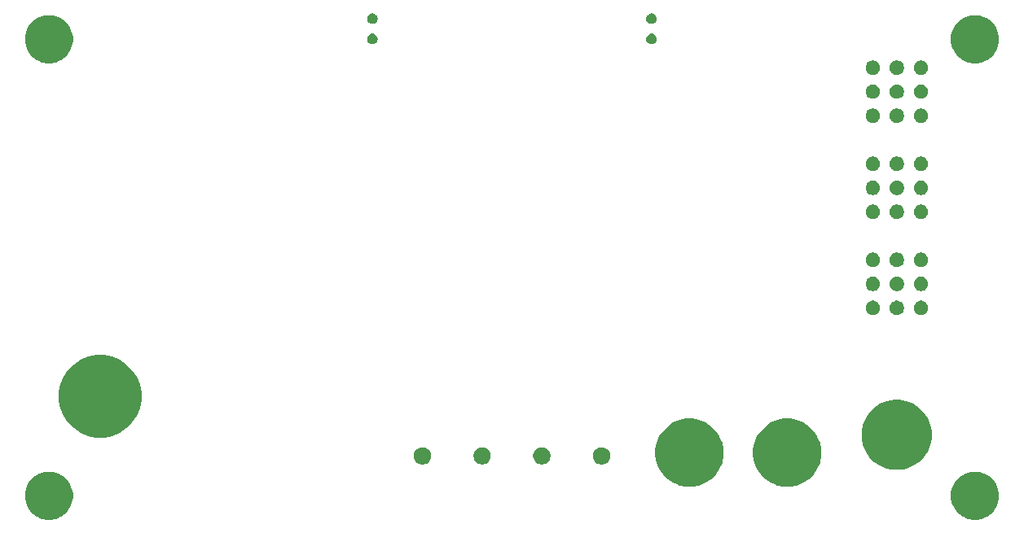
<source format=gbs>
G04 #@! TF.GenerationSoftware,KiCad,Pcbnew,5.1.5-52549c5~84~ubuntu18.04.1*
G04 #@! TF.CreationDate,2020-03-18T22:44:17-07:00*
G04 #@! TF.ProjectId,endcap,656e6463-6170-42e6-9b69-6361645f7063,rev?*
G04 #@! TF.SameCoordinates,PX2faf080PY2faf080*
G04 #@! TF.FileFunction,Soldermask,Bot*
G04 #@! TF.FilePolarity,Negative*
%FSLAX46Y46*%
G04 Gerber Fmt 4.6, Leading zero omitted, Abs format (unit mm)*
G04 Created by KiCad (PCBNEW 5.1.5-52549c5~84~ubuntu18.04.1) date 2020-03-18 22:44:17*
%MOMM*%
%LPD*%
G04 APERTURE LIST*
%ADD10C,0.100000*%
G04 APERTURE END LIST*
D10*
G36*
X101612921Y-48797056D02*
G01*
X101854515Y-48845112D01*
X102309668Y-49033643D01*
X102412769Y-49102533D01*
X102719294Y-49307346D01*
X103067654Y-49655706D01*
X103341358Y-50065334D01*
X103529888Y-50520486D01*
X103626000Y-51003672D01*
X103626000Y-51496328D01*
X103529888Y-51979514D01*
X103341358Y-52434666D01*
X103067654Y-52844294D01*
X102719294Y-53192654D01*
X102412769Y-53397467D01*
X102309668Y-53466357D01*
X101854515Y-53654888D01*
X101612921Y-53702944D01*
X101371328Y-53751000D01*
X100878672Y-53751000D01*
X100637079Y-53702944D01*
X100395485Y-53654888D01*
X99940332Y-53466357D01*
X99837231Y-53397467D01*
X99530706Y-53192654D01*
X99182346Y-52844294D01*
X98908642Y-52434666D01*
X98720112Y-51979514D01*
X98624000Y-51496328D01*
X98624000Y-51003672D01*
X98720112Y-50520486D01*
X98908642Y-50065334D01*
X99182346Y-49655706D01*
X99530706Y-49307346D01*
X99837231Y-49102533D01*
X99940332Y-49033643D01*
X100395485Y-48845112D01*
X100637079Y-48797056D01*
X100878672Y-48749000D01*
X101371328Y-48749000D01*
X101612921Y-48797056D01*
G37*
G36*
X5362921Y-48797056D02*
G01*
X5604515Y-48845112D01*
X6059668Y-49033643D01*
X6162769Y-49102533D01*
X6469294Y-49307346D01*
X6817654Y-49655706D01*
X7091358Y-50065334D01*
X7279888Y-50520486D01*
X7376000Y-51003672D01*
X7376000Y-51496328D01*
X7279888Y-51979514D01*
X7091358Y-52434666D01*
X6817654Y-52844294D01*
X6469294Y-53192654D01*
X6162769Y-53397467D01*
X6059668Y-53466357D01*
X5604515Y-53654888D01*
X5362921Y-53702944D01*
X5121328Y-53751000D01*
X4628672Y-53751000D01*
X4387079Y-53702944D01*
X4145485Y-53654888D01*
X3690332Y-53466357D01*
X3587231Y-53397467D01*
X3280706Y-53192654D01*
X2932346Y-52844294D01*
X2658642Y-52434666D01*
X2470112Y-51979514D01*
X2374000Y-51496328D01*
X2374000Y-51003672D01*
X2470112Y-50520486D01*
X2658642Y-50065334D01*
X2932346Y-49655706D01*
X3280706Y-49307346D01*
X3587231Y-49102533D01*
X3690332Y-49033643D01*
X4145485Y-48845112D01*
X4387079Y-48797056D01*
X4628672Y-48749000D01*
X5121328Y-48749000D01*
X5362921Y-48797056D01*
G37*
G36*
X72475787Y-43350462D02*
G01*
X72475790Y-43350463D01*
X72475789Y-43350463D01*
X73122029Y-43618144D01*
X73703631Y-44006758D01*
X74198242Y-44501369D01*
X74586856Y-45082971D01*
X74660015Y-45259593D01*
X74854538Y-45729213D01*
X74991000Y-46415256D01*
X74991000Y-47114744D01*
X74854538Y-47800787D01*
X74854537Y-47800789D01*
X74586856Y-48447029D01*
X74198242Y-49028631D01*
X73703631Y-49523242D01*
X73122029Y-49911856D01*
X72751500Y-50065334D01*
X72475787Y-50179538D01*
X71789744Y-50316000D01*
X71090256Y-50316000D01*
X70404213Y-50179538D01*
X70128500Y-50065334D01*
X69757971Y-49911856D01*
X69176369Y-49523242D01*
X68681758Y-49028631D01*
X68293144Y-48447029D01*
X68025463Y-47800789D01*
X68025462Y-47800787D01*
X67889000Y-47114744D01*
X67889000Y-46415256D01*
X68025462Y-45729213D01*
X68219985Y-45259593D01*
X68293144Y-45082971D01*
X68681758Y-44501369D01*
X69176369Y-44006758D01*
X69757971Y-43618144D01*
X70404211Y-43350463D01*
X70404210Y-43350463D01*
X70404213Y-43350462D01*
X71090256Y-43214000D01*
X71789744Y-43214000D01*
X72475787Y-43350462D01*
G37*
G36*
X82635787Y-43350462D02*
G01*
X82635790Y-43350463D01*
X82635789Y-43350463D01*
X83282029Y-43618144D01*
X83863631Y-44006758D01*
X84358242Y-44501369D01*
X84746856Y-45082971D01*
X84820015Y-45259593D01*
X85014538Y-45729213D01*
X85151000Y-46415256D01*
X85151000Y-47114744D01*
X85014538Y-47800787D01*
X85014537Y-47800789D01*
X84746856Y-48447029D01*
X84358242Y-49028631D01*
X83863631Y-49523242D01*
X83282029Y-49911856D01*
X82911500Y-50065334D01*
X82635787Y-50179538D01*
X81949744Y-50316000D01*
X81250256Y-50316000D01*
X80564213Y-50179538D01*
X80288500Y-50065334D01*
X79917971Y-49911856D01*
X79336369Y-49523242D01*
X78841758Y-49028631D01*
X78453144Y-48447029D01*
X78185463Y-47800789D01*
X78185462Y-47800787D01*
X78049000Y-47114744D01*
X78049000Y-46415256D01*
X78185462Y-45729213D01*
X78379985Y-45259593D01*
X78453144Y-45082971D01*
X78841758Y-44501369D01*
X79336369Y-44006758D01*
X79917971Y-43618144D01*
X80564211Y-43350463D01*
X80564210Y-43350463D01*
X80564213Y-43350462D01*
X81250256Y-43214000D01*
X81949744Y-43214000D01*
X82635787Y-43350462D01*
G37*
G36*
X93594714Y-41295769D02*
G01*
X94064958Y-41389306D01*
X94729397Y-41664525D01*
X95327377Y-42064083D01*
X95835917Y-42572623D01*
X96235475Y-43170603D01*
X96510694Y-43835042D01*
X96651000Y-44540408D01*
X96651000Y-45259592D01*
X96510694Y-45964958D01*
X96235475Y-46629397D01*
X95835917Y-47227377D01*
X95327377Y-47735917D01*
X94729397Y-48135475D01*
X94064958Y-48410694D01*
X93594714Y-48504231D01*
X93359593Y-48551000D01*
X92640407Y-48551000D01*
X92405286Y-48504231D01*
X91935042Y-48410694D01*
X91270603Y-48135475D01*
X90672623Y-47735917D01*
X90164083Y-47227377D01*
X89764525Y-46629397D01*
X89489306Y-45964958D01*
X89349000Y-45259592D01*
X89349000Y-44540408D01*
X89489306Y-43835042D01*
X89764525Y-43170603D01*
X90164083Y-42572623D01*
X90672623Y-42064083D01*
X91270603Y-41664525D01*
X91935042Y-41389306D01*
X92405286Y-41295769D01*
X92640407Y-41249000D01*
X93359593Y-41249000D01*
X93594714Y-41295769D01*
G37*
G36*
X62413512Y-46203927D02*
G01*
X62562812Y-46233624D01*
X62726784Y-46301544D01*
X62874354Y-46400147D01*
X62999853Y-46525646D01*
X63098456Y-46673216D01*
X63166376Y-46837188D01*
X63201000Y-47011259D01*
X63201000Y-47188741D01*
X63166376Y-47362812D01*
X63098456Y-47526784D01*
X62999853Y-47674354D01*
X62874354Y-47799853D01*
X62726784Y-47898456D01*
X62562812Y-47966376D01*
X62413512Y-47996073D01*
X62388742Y-48001000D01*
X62211258Y-48001000D01*
X62186488Y-47996073D01*
X62037188Y-47966376D01*
X61873216Y-47898456D01*
X61725646Y-47799853D01*
X61600147Y-47674354D01*
X61501544Y-47526784D01*
X61433624Y-47362812D01*
X61399000Y-47188741D01*
X61399000Y-47011259D01*
X61433624Y-46837188D01*
X61501544Y-46673216D01*
X61600147Y-46525646D01*
X61725646Y-46400147D01*
X61873216Y-46301544D01*
X62037188Y-46233624D01*
X62186488Y-46203927D01*
X62211258Y-46199000D01*
X62388742Y-46199000D01*
X62413512Y-46203927D01*
G37*
G36*
X43813512Y-46203927D02*
G01*
X43962812Y-46233624D01*
X44126784Y-46301544D01*
X44274354Y-46400147D01*
X44399853Y-46525646D01*
X44498456Y-46673216D01*
X44566376Y-46837188D01*
X44601000Y-47011259D01*
X44601000Y-47188741D01*
X44566376Y-47362812D01*
X44498456Y-47526784D01*
X44399853Y-47674354D01*
X44274354Y-47799853D01*
X44126784Y-47898456D01*
X43962812Y-47966376D01*
X43813512Y-47996073D01*
X43788742Y-48001000D01*
X43611258Y-48001000D01*
X43586488Y-47996073D01*
X43437188Y-47966376D01*
X43273216Y-47898456D01*
X43125646Y-47799853D01*
X43000147Y-47674354D01*
X42901544Y-47526784D01*
X42833624Y-47362812D01*
X42799000Y-47188741D01*
X42799000Y-47011259D01*
X42833624Y-46837188D01*
X42901544Y-46673216D01*
X43000147Y-46525646D01*
X43125646Y-46400147D01*
X43273216Y-46301544D01*
X43437188Y-46233624D01*
X43586488Y-46203927D01*
X43611258Y-46199000D01*
X43788742Y-46199000D01*
X43813512Y-46203927D01*
G37*
G36*
X50013512Y-46203927D02*
G01*
X50162812Y-46233624D01*
X50326784Y-46301544D01*
X50474354Y-46400147D01*
X50599853Y-46525646D01*
X50698456Y-46673216D01*
X50766376Y-46837188D01*
X50801000Y-47011259D01*
X50801000Y-47188741D01*
X50766376Y-47362812D01*
X50698456Y-47526784D01*
X50599853Y-47674354D01*
X50474354Y-47799853D01*
X50326784Y-47898456D01*
X50162812Y-47966376D01*
X50013512Y-47996073D01*
X49988742Y-48001000D01*
X49811258Y-48001000D01*
X49786488Y-47996073D01*
X49637188Y-47966376D01*
X49473216Y-47898456D01*
X49325646Y-47799853D01*
X49200147Y-47674354D01*
X49101544Y-47526784D01*
X49033624Y-47362812D01*
X48999000Y-47188741D01*
X48999000Y-47011259D01*
X49033624Y-46837188D01*
X49101544Y-46673216D01*
X49200147Y-46525646D01*
X49325646Y-46400147D01*
X49473216Y-46301544D01*
X49637188Y-46233624D01*
X49786488Y-46203927D01*
X49811258Y-46199000D01*
X49988742Y-46199000D01*
X50013512Y-46203927D01*
G37*
G36*
X56213512Y-46203927D02*
G01*
X56362812Y-46233624D01*
X56526784Y-46301544D01*
X56674354Y-46400147D01*
X56799853Y-46525646D01*
X56898456Y-46673216D01*
X56966376Y-46837188D01*
X57001000Y-47011259D01*
X57001000Y-47188741D01*
X56966376Y-47362812D01*
X56898456Y-47526784D01*
X56799853Y-47674354D01*
X56674354Y-47799853D01*
X56526784Y-47898456D01*
X56362812Y-47966376D01*
X56213512Y-47996073D01*
X56188742Y-48001000D01*
X56011258Y-48001000D01*
X55986488Y-47996073D01*
X55837188Y-47966376D01*
X55673216Y-47898456D01*
X55525646Y-47799853D01*
X55400147Y-47674354D01*
X55301544Y-47526784D01*
X55233624Y-47362812D01*
X55199000Y-47188741D01*
X55199000Y-47011259D01*
X55233624Y-46837188D01*
X55301544Y-46673216D01*
X55400147Y-46525646D01*
X55525646Y-46400147D01*
X55673216Y-46301544D01*
X55837188Y-46233624D01*
X55986488Y-46203927D01*
X56011258Y-46199000D01*
X56188742Y-46199000D01*
X56213512Y-46203927D01*
G37*
G36*
X11454554Y-36764284D02*
G01*
X11454557Y-36764285D01*
X11454556Y-36764285D01*
X12237288Y-37088503D01*
X12941728Y-37559195D01*
X13540805Y-38158272D01*
X14011497Y-38862712D01*
X14011498Y-38862714D01*
X14335716Y-39645446D01*
X14501000Y-40476387D01*
X14501000Y-41323613D01*
X14335716Y-42154554D01*
X14335715Y-42154556D01*
X14011497Y-42937288D01*
X13540805Y-43641728D01*
X12941728Y-44240805D01*
X12237288Y-44711497D01*
X12237287Y-44711498D01*
X12237286Y-44711498D01*
X11454554Y-45035716D01*
X10623613Y-45201000D01*
X9776387Y-45201000D01*
X8945446Y-45035716D01*
X8162714Y-44711498D01*
X8162713Y-44711498D01*
X8162712Y-44711497D01*
X7458272Y-44240805D01*
X6859195Y-43641728D01*
X6388503Y-42937288D01*
X6064285Y-42154556D01*
X6064284Y-42154554D01*
X5899000Y-41323613D01*
X5899000Y-40476387D01*
X6064284Y-39645446D01*
X6388502Y-38862714D01*
X6388503Y-38862712D01*
X6859195Y-38158272D01*
X7458272Y-37559195D01*
X8162712Y-37088503D01*
X8945444Y-36764285D01*
X8945443Y-36764285D01*
X8945446Y-36764284D01*
X9776387Y-36599000D01*
X10623613Y-36599000D01*
X11454554Y-36764284D01*
G37*
G36*
X90719059Y-30977860D02*
G01*
X90855732Y-31034472D01*
X90978735Y-31116660D01*
X91083340Y-31221265D01*
X91165528Y-31344268D01*
X91222140Y-31480941D01*
X91251000Y-31626033D01*
X91251000Y-31773967D01*
X91222140Y-31919059D01*
X91165528Y-32055732D01*
X91083340Y-32178735D01*
X90978735Y-32283340D01*
X90855732Y-32365528D01*
X90855731Y-32365529D01*
X90855730Y-32365529D01*
X90719059Y-32422140D01*
X90573968Y-32451000D01*
X90426032Y-32451000D01*
X90280941Y-32422140D01*
X90144270Y-32365529D01*
X90144269Y-32365529D01*
X90144268Y-32365528D01*
X90021265Y-32283340D01*
X89916660Y-32178735D01*
X89834472Y-32055732D01*
X89777860Y-31919059D01*
X89749000Y-31773967D01*
X89749000Y-31626033D01*
X89777860Y-31480941D01*
X89834472Y-31344268D01*
X89916660Y-31221265D01*
X90021265Y-31116660D01*
X90144268Y-31034472D01*
X90280941Y-30977860D01*
X90426032Y-30949000D01*
X90573968Y-30949000D01*
X90719059Y-30977860D01*
G37*
G36*
X95719059Y-30977860D02*
G01*
X95855732Y-31034472D01*
X95978735Y-31116660D01*
X96083340Y-31221265D01*
X96165528Y-31344268D01*
X96222140Y-31480941D01*
X96251000Y-31626033D01*
X96251000Y-31773967D01*
X96222140Y-31919059D01*
X96165528Y-32055732D01*
X96083340Y-32178735D01*
X95978735Y-32283340D01*
X95855732Y-32365528D01*
X95855731Y-32365529D01*
X95855730Y-32365529D01*
X95719059Y-32422140D01*
X95573968Y-32451000D01*
X95426032Y-32451000D01*
X95280941Y-32422140D01*
X95144270Y-32365529D01*
X95144269Y-32365529D01*
X95144268Y-32365528D01*
X95021265Y-32283340D01*
X94916660Y-32178735D01*
X94834472Y-32055732D01*
X94777860Y-31919059D01*
X94749000Y-31773967D01*
X94749000Y-31626033D01*
X94777860Y-31480941D01*
X94834472Y-31344268D01*
X94916660Y-31221265D01*
X95021265Y-31116660D01*
X95144268Y-31034472D01*
X95280941Y-30977860D01*
X95426032Y-30949000D01*
X95573968Y-30949000D01*
X95719059Y-30977860D01*
G37*
G36*
X93219059Y-30977860D02*
G01*
X93355732Y-31034472D01*
X93478735Y-31116660D01*
X93583340Y-31221265D01*
X93665528Y-31344268D01*
X93722140Y-31480941D01*
X93751000Y-31626033D01*
X93751000Y-31773967D01*
X93722140Y-31919059D01*
X93665528Y-32055732D01*
X93583340Y-32178735D01*
X93478735Y-32283340D01*
X93355732Y-32365528D01*
X93355731Y-32365529D01*
X93355730Y-32365529D01*
X93219059Y-32422140D01*
X93073968Y-32451000D01*
X92926032Y-32451000D01*
X92780941Y-32422140D01*
X92644270Y-32365529D01*
X92644269Y-32365529D01*
X92644268Y-32365528D01*
X92521265Y-32283340D01*
X92416660Y-32178735D01*
X92334472Y-32055732D01*
X92277860Y-31919059D01*
X92249000Y-31773967D01*
X92249000Y-31626033D01*
X92277860Y-31480941D01*
X92334472Y-31344268D01*
X92416660Y-31221265D01*
X92521265Y-31116660D01*
X92644268Y-31034472D01*
X92780941Y-30977860D01*
X92926032Y-30949000D01*
X93073968Y-30949000D01*
X93219059Y-30977860D01*
G37*
G36*
X93219059Y-28477860D02*
G01*
X93355732Y-28534472D01*
X93478735Y-28616660D01*
X93583340Y-28721265D01*
X93665528Y-28844268D01*
X93722140Y-28980941D01*
X93751000Y-29126033D01*
X93751000Y-29273967D01*
X93722140Y-29419059D01*
X93665528Y-29555732D01*
X93583340Y-29678735D01*
X93478735Y-29783340D01*
X93355732Y-29865528D01*
X93355731Y-29865529D01*
X93355730Y-29865529D01*
X93219059Y-29922140D01*
X93073968Y-29951000D01*
X92926032Y-29951000D01*
X92780941Y-29922140D01*
X92644270Y-29865529D01*
X92644269Y-29865529D01*
X92644268Y-29865528D01*
X92521265Y-29783340D01*
X92416660Y-29678735D01*
X92334472Y-29555732D01*
X92277860Y-29419059D01*
X92249000Y-29273967D01*
X92249000Y-29126033D01*
X92277860Y-28980941D01*
X92334472Y-28844268D01*
X92416660Y-28721265D01*
X92521265Y-28616660D01*
X92644268Y-28534472D01*
X92780941Y-28477860D01*
X92926032Y-28449000D01*
X93073968Y-28449000D01*
X93219059Y-28477860D01*
G37*
G36*
X95719059Y-28477860D02*
G01*
X95855732Y-28534472D01*
X95978735Y-28616660D01*
X96083340Y-28721265D01*
X96165528Y-28844268D01*
X96222140Y-28980941D01*
X96251000Y-29126033D01*
X96251000Y-29273967D01*
X96222140Y-29419059D01*
X96165528Y-29555732D01*
X96083340Y-29678735D01*
X95978735Y-29783340D01*
X95855732Y-29865528D01*
X95855731Y-29865529D01*
X95855730Y-29865529D01*
X95719059Y-29922140D01*
X95573968Y-29951000D01*
X95426032Y-29951000D01*
X95280941Y-29922140D01*
X95144270Y-29865529D01*
X95144269Y-29865529D01*
X95144268Y-29865528D01*
X95021265Y-29783340D01*
X94916660Y-29678735D01*
X94834472Y-29555732D01*
X94777860Y-29419059D01*
X94749000Y-29273967D01*
X94749000Y-29126033D01*
X94777860Y-28980941D01*
X94834472Y-28844268D01*
X94916660Y-28721265D01*
X95021265Y-28616660D01*
X95144268Y-28534472D01*
X95280941Y-28477860D01*
X95426032Y-28449000D01*
X95573968Y-28449000D01*
X95719059Y-28477860D01*
G37*
G36*
X90719059Y-28477860D02*
G01*
X90855732Y-28534472D01*
X90978735Y-28616660D01*
X91083340Y-28721265D01*
X91165528Y-28844268D01*
X91222140Y-28980941D01*
X91251000Y-29126033D01*
X91251000Y-29273967D01*
X91222140Y-29419059D01*
X91165528Y-29555732D01*
X91083340Y-29678735D01*
X90978735Y-29783340D01*
X90855732Y-29865528D01*
X90855731Y-29865529D01*
X90855730Y-29865529D01*
X90719059Y-29922140D01*
X90573968Y-29951000D01*
X90426032Y-29951000D01*
X90280941Y-29922140D01*
X90144270Y-29865529D01*
X90144269Y-29865529D01*
X90144268Y-29865528D01*
X90021265Y-29783340D01*
X89916660Y-29678735D01*
X89834472Y-29555732D01*
X89777860Y-29419059D01*
X89749000Y-29273967D01*
X89749000Y-29126033D01*
X89777860Y-28980941D01*
X89834472Y-28844268D01*
X89916660Y-28721265D01*
X90021265Y-28616660D01*
X90144268Y-28534472D01*
X90280941Y-28477860D01*
X90426032Y-28449000D01*
X90573968Y-28449000D01*
X90719059Y-28477860D01*
G37*
G36*
X95719059Y-25977860D02*
G01*
X95855732Y-26034472D01*
X95978735Y-26116660D01*
X96083340Y-26221265D01*
X96165528Y-26344268D01*
X96222140Y-26480941D01*
X96251000Y-26626033D01*
X96251000Y-26773967D01*
X96222140Y-26919059D01*
X96165528Y-27055732D01*
X96083340Y-27178735D01*
X95978735Y-27283340D01*
X95855732Y-27365528D01*
X95855731Y-27365529D01*
X95855730Y-27365529D01*
X95719059Y-27422140D01*
X95573968Y-27451000D01*
X95426032Y-27451000D01*
X95280941Y-27422140D01*
X95144270Y-27365529D01*
X95144269Y-27365529D01*
X95144268Y-27365528D01*
X95021265Y-27283340D01*
X94916660Y-27178735D01*
X94834472Y-27055732D01*
X94777860Y-26919059D01*
X94749000Y-26773967D01*
X94749000Y-26626033D01*
X94777860Y-26480941D01*
X94834472Y-26344268D01*
X94916660Y-26221265D01*
X95021265Y-26116660D01*
X95144268Y-26034472D01*
X95280941Y-25977860D01*
X95426032Y-25949000D01*
X95573968Y-25949000D01*
X95719059Y-25977860D01*
G37*
G36*
X93219059Y-25977860D02*
G01*
X93355732Y-26034472D01*
X93478735Y-26116660D01*
X93583340Y-26221265D01*
X93665528Y-26344268D01*
X93722140Y-26480941D01*
X93751000Y-26626033D01*
X93751000Y-26773967D01*
X93722140Y-26919059D01*
X93665528Y-27055732D01*
X93583340Y-27178735D01*
X93478735Y-27283340D01*
X93355732Y-27365528D01*
X93355731Y-27365529D01*
X93355730Y-27365529D01*
X93219059Y-27422140D01*
X93073968Y-27451000D01*
X92926032Y-27451000D01*
X92780941Y-27422140D01*
X92644270Y-27365529D01*
X92644269Y-27365529D01*
X92644268Y-27365528D01*
X92521265Y-27283340D01*
X92416660Y-27178735D01*
X92334472Y-27055732D01*
X92277860Y-26919059D01*
X92249000Y-26773967D01*
X92249000Y-26626033D01*
X92277860Y-26480941D01*
X92334472Y-26344268D01*
X92416660Y-26221265D01*
X92521265Y-26116660D01*
X92644268Y-26034472D01*
X92780941Y-25977860D01*
X92926032Y-25949000D01*
X93073968Y-25949000D01*
X93219059Y-25977860D01*
G37*
G36*
X90719059Y-25977860D02*
G01*
X90855732Y-26034472D01*
X90978735Y-26116660D01*
X91083340Y-26221265D01*
X91165528Y-26344268D01*
X91222140Y-26480941D01*
X91251000Y-26626033D01*
X91251000Y-26773967D01*
X91222140Y-26919059D01*
X91165528Y-27055732D01*
X91083340Y-27178735D01*
X90978735Y-27283340D01*
X90855732Y-27365528D01*
X90855731Y-27365529D01*
X90855730Y-27365529D01*
X90719059Y-27422140D01*
X90573968Y-27451000D01*
X90426032Y-27451000D01*
X90280941Y-27422140D01*
X90144270Y-27365529D01*
X90144269Y-27365529D01*
X90144268Y-27365528D01*
X90021265Y-27283340D01*
X89916660Y-27178735D01*
X89834472Y-27055732D01*
X89777860Y-26919059D01*
X89749000Y-26773967D01*
X89749000Y-26626033D01*
X89777860Y-26480941D01*
X89834472Y-26344268D01*
X89916660Y-26221265D01*
X90021265Y-26116660D01*
X90144268Y-26034472D01*
X90280941Y-25977860D01*
X90426032Y-25949000D01*
X90573968Y-25949000D01*
X90719059Y-25977860D01*
G37*
G36*
X95719059Y-20977860D02*
G01*
X95855732Y-21034472D01*
X95978735Y-21116660D01*
X96083340Y-21221265D01*
X96165528Y-21344268D01*
X96222140Y-21480941D01*
X96251000Y-21626033D01*
X96251000Y-21773967D01*
X96222140Y-21919059D01*
X96165528Y-22055732D01*
X96083340Y-22178735D01*
X95978735Y-22283340D01*
X95855732Y-22365528D01*
X95855731Y-22365529D01*
X95855730Y-22365529D01*
X95719059Y-22422140D01*
X95573968Y-22451000D01*
X95426032Y-22451000D01*
X95280941Y-22422140D01*
X95144270Y-22365529D01*
X95144269Y-22365529D01*
X95144268Y-22365528D01*
X95021265Y-22283340D01*
X94916660Y-22178735D01*
X94834472Y-22055732D01*
X94777860Y-21919059D01*
X94749000Y-21773967D01*
X94749000Y-21626033D01*
X94777860Y-21480941D01*
X94834472Y-21344268D01*
X94916660Y-21221265D01*
X95021265Y-21116660D01*
X95144268Y-21034472D01*
X95280941Y-20977860D01*
X95426032Y-20949000D01*
X95573968Y-20949000D01*
X95719059Y-20977860D01*
G37*
G36*
X93219059Y-20977860D02*
G01*
X93355732Y-21034472D01*
X93478735Y-21116660D01*
X93583340Y-21221265D01*
X93665528Y-21344268D01*
X93722140Y-21480941D01*
X93751000Y-21626033D01*
X93751000Y-21773967D01*
X93722140Y-21919059D01*
X93665528Y-22055732D01*
X93583340Y-22178735D01*
X93478735Y-22283340D01*
X93355732Y-22365528D01*
X93355731Y-22365529D01*
X93355730Y-22365529D01*
X93219059Y-22422140D01*
X93073968Y-22451000D01*
X92926032Y-22451000D01*
X92780941Y-22422140D01*
X92644270Y-22365529D01*
X92644269Y-22365529D01*
X92644268Y-22365528D01*
X92521265Y-22283340D01*
X92416660Y-22178735D01*
X92334472Y-22055732D01*
X92277860Y-21919059D01*
X92249000Y-21773967D01*
X92249000Y-21626033D01*
X92277860Y-21480941D01*
X92334472Y-21344268D01*
X92416660Y-21221265D01*
X92521265Y-21116660D01*
X92644268Y-21034472D01*
X92780941Y-20977860D01*
X92926032Y-20949000D01*
X93073968Y-20949000D01*
X93219059Y-20977860D01*
G37*
G36*
X90719059Y-20977860D02*
G01*
X90855732Y-21034472D01*
X90978735Y-21116660D01*
X91083340Y-21221265D01*
X91165528Y-21344268D01*
X91222140Y-21480941D01*
X91251000Y-21626033D01*
X91251000Y-21773967D01*
X91222140Y-21919059D01*
X91165528Y-22055732D01*
X91083340Y-22178735D01*
X90978735Y-22283340D01*
X90855732Y-22365528D01*
X90855731Y-22365529D01*
X90855730Y-22365529D01*
X90719059Y-22422140D01*
X90573968Y-22451000D01*
X90426032Y-22451000D01*
X90280941Y-22422140D01*
X90144270Y-22365529D01*
X90144269Y-22365529D01*
X90144268Y-22365528D01*
X90021265Y-22283340D01*
X89916660Y-22178735D01*
X89834472Y-22055732D01*
X89777860Y-21919059D01*
X89749000Y-21773967D01*
X89749000Y-21626033D01*
X89777860Y-21480941D01*
X89834472Y-21344268D01*
X89916660Y-21221265D01*
X90021265Y-21116660D01*
X90144268Y-21034472D01*
X90280941Y-20977860D01*
X90426032Y-20949000D01*
X90573968Y-20949000D01*
X90719059Y-20977860D01*
G37*
G36*
X93219059Y-18477860D02*
G01*
X93355732Y-18534472D01*
X93478735Y-18616660D01*
X93583340Y-18721265D01*
X93665528Y-18844268D01*
X93722140Y-18980941D01*
X93751000Y-19126033D01*
X93751000Y-19273967D01*
X93722140Y-19419059D01*
X93665528Y-19555732D01*
X93583340Y-19678735D01*
X93478735Y-19783340D01*
X93355732Y-19865528D01*
X93355731Y-19865529D01*
X93355730Y-19865529D01*
X93219059Y-19922140D01*
X93073968Y-19951000D01*
X92926032Y-19951000D01*
X92780941Y-19922140D01*
X92644270Y-19865529D01*
X92644269Y-19865529D01*
X92644268Y-19865528D01*
X92521265Y-19783340D01*
X92416660Y-19678735D01*
X92334472Y-19555732D01*
X92277860Y-19419059D01*
X92249000Y-19273967D01*
X92249000Y-19126033D01*
X92277860Y-18980941D01*
X92334472Y-18844268D01*
X92416660Y-18721265D01*
X92521265Y-18616660D01*
X92644268Y-18534472D01*
X92780941Y-18477860D01*
X92926032Y-18449000D01*
X93073968Y-18449000D01*
X93219059Y-18477860D01*
G37*
G36*
X90719059Y-18477860D02*
G01*
X90855732Y-18534472D01*
X90978735Y-18616660D01*
X91083340Y-18721265D01*
X91165528Y-18844268D01*
X91222140Y-18980941D01*
X91251000Y-19126033D01*
X91251000Y-19273967D01*
X91222140Y-19419059D01*
X91165528Y-19555732D01*
X91083340Y-19678735D01*
X90978735Y-19783340D01*
X90855732Y-19865528D01*
X90855731Y-19865529D01*
X90855730Y-19865529D01*
X90719059Y-19922140D01*
X90573968Y-19951000D01*
X90426032Y-19951000D01*
X90280941Y-19922140D01*
X90144270Y-19865529D01*
X90144269Y-19865529D01*
X90144268Y-19865528D01*
X90021265Y-19783340D01*
X89916660Y-19678735D01*
X89834472Y-19555732D01*
X89777860Y-19419059D01*
X89749000Y-19273967D01*
X89749000Y-19126033D01*
X89777860Y-18980941D01*
X89834472Y-18844268D01*
X89916660Y-18721265D01*
X90021265Y-18616660D01*
X90144268Y-18534472D01*
X90280941Y-18477860D01*
X90426032Y-18449000D01*
X90573968Y-18449000D01*
X90719059Y-18477860D01*
G37*
G36*
X95719059Y-18477860D02*
G01*
X95855732Y-18534472D01*
X95978735Y-18616660D01*
X96083340Y-18721265D01*
X96165528Y-18844268D01*
X96222140Y-18980941D01*
X96251000Y-19126033D01*
X96251000Y-19273967D01*
X96222140Y-19419059D01*
X96165528Y-19555732D01*
X96083340Y-19678735D01*
X95978735Y-19783340D01*
X95855732Y-19865528D01*
X95855731Y-19865529D01*
X95855730Y-19865529D01*
X95719059Y-19922140D01*
X95573968Y-19951000D01*
X95426032Y-19951000D01*
X95280941Y-19922140D01*
X95144270Y-19865529D01*
X95144269Y-19865529D01*
X95144268Y-19865528D01*
X95021265Y-19783340D01*
X94916660Y-19678735D01*
X94834472Y-19555732D01*
X94777860Y-19419059D01*
X94749000Y-19273967D01*
X94749000Y-19126033D01*
X94777860Y-18980941D01*
X94834472Y-18844268D01*
X94916660Y-18721265D01*
X95021265Y-18616660D01*
X95144268Y-18534472D01*
X95280941Y-18477860D01*
X95426032Y-18449000D01*
X95573968Y-18449000D01*
X95719059Y-18477860D01*
G37*
G36*
X95719059Y-15977860D02*
G01*
X95855732Y-16034472D01*
X95978735Y-16116660D01*
X96083340Y-16221265D01*
X96165528Y-16344268D01*
X96222140Y-16480941D01*
X96251000Y-16626033D01*
X96251000Y-16773967D01*
X96222140Y-16919059D01*
X96165528Y-17055732D01*
X96083340Y-17178735D01*
X95978735Y-17283340D01*
X95855732Y-17365528D01*
X95855731Y-17365529D01*
X95855730Y-17365529D01*
X95719059Y-17422140D01*
X95573968Y-17451000D01*
X95426032Y-17451000D01*
X95280941Y-17422140D01*
X95144270Y-17365529D01*
X95144269Y-17365529D01*
X95144268Y-17365528D01*
X95021265Y-17283340D01*
X94916660Y-17178735D01*
X94834472Y-17055732D01*
X94777860Y-16919059D01*
X94749000Y-16773967D01*
X94749000Y-16626033D01*
X94777860Y-16480941D01*
X94834472Y-16344268D01*
X94916660Y-16221265D01*
X95021265Y-16116660D01*
X95144268Y-16034472D01*
X95280941Y-15977860D01*
X95426032Y-15949000D01*
X95573968Y-15949000D01*
X95719059Y-15977860D01*
G37*
G36*
X93219059Y-15977860D02*
G01*
X93355732Y-16034472D01*
X93478735Y-16116660D01*
X93583340Y-16221265D01*
X93665528Y-16344268D01*
X93722140Y-16480941D01*
X93751000Y-16626033D01*
X93751000Y-16773967D01*
X93722140Y-16919059D01*
X93665528Y-17055732D01*
X93583340Y-17178735D01*
X93478735Y-17283340D01*
X93355732Y-17365528D01*
X93355731Y-17365529D01*
X93355730Y-17365529D01*
X93219059Y-17422140D01*
X93073968Y-17451000D01*
X92926032Y-17451000D01*
X92780941Y-17422140D01*
X92644270Y-17365529D01*
X92644269Y-17365529D01*
X92644268Y-17365528D01*
X92521265Y-17283340D01*
X92416660Y-17178735D01*
X92334472Y-17055732D01*
X92277860Y-16919059D01*
X92249000Y-16773967D01*
X92249000Y-16626033D01*
X92277860Y-16480941D01*
X92334472Y-16344268D01*
X92416660Y-16221265D01*
X92521265Y-16116660D01*
X92644268Y-16034472D01*
X92780941Y-15977860D01*
X92926032Y-15949000D01*
X93073968Y-15949000D01*
X93219059Y-15977860D01*
G37*
G36*
X90719059Y-15977860D02*
G01*
X90855732Y-16034472D01*
X90978735Y-16116660D01*
X91083340Y-16221265D01*
X91165528Y-16344268D01*
X91222140Y-16480941D01*
X91251000Y-16626033D01*
X91251000Y-16773967D01*
X91222140Y-16919059D01*
X91165528Y-17055732D01*
X91083340Y-17178735D01*
X90978735Y-17283340D01*
X90855732Y-17365528D01*
X90855731Y-17365529D01*
X90855730Y-17365529D01*
X90719059Y-17422140D01*
X90573968Y-17451000D01*
X90426032Y-17451000D01*
X90280941Y-17422140D01*
X90144270Y-17365529D01*
X90144269Y-17365529D01*
X90144268Y-17365528D01*
X90021265Y-17283340D01*
X89916660Y-17178735D01*
X89834472Y-17055732D01*
X89777860Y-16919059D01*
X89749000Y-16773967D01*
X89749000Y-16626033D01*
X89777860Y-16480941D01*
X89834472Y-16344268D01*
X89916660Y-16221265D01*
X90021265Y-16116660D01*
X90144268Y-16034472D01*
X90280941Y-15977860D01*
X90426032Y-15949000D01*
X90573968Y-15949000D01*
X90719059Y-15977860D01*
G37*
G36*
X93219059Y-10977860D02*
G01*
X93355732Y-11034472D01*
X93478735Y-11116660D01*
X93583340Y-11221265D01*
X93665528Y-11344268D01*
X93722140Y-11480941D01*
X93751000Y-11626033D01*
X93751000Y-11773967D01*
X93722140Y-11919059D01*
X93665528Y-12055732D01*
X93583340Y-12178735D01*
X93478735Y-12283340D01*
X93355732Y-12365528D01*
X93355731Y-12365529D01*
X93355730Y-12365529D01*
X93219059Y-12422140D01*
X93073968Y-12451000D01*
X92926032Y-12451000D01*
X92780941Y-12422140D01*
X92644270Y-12365529D01*
X92644269Y-12365529D01*
X92644268Y-12365528D01*
X92521265Y-12283340D01*
X92416660Y-12178735D01*
X92334472Y-12055732D01*
X92277860Y-11919059D01*
X92249000Y-11773967D01*
X92249000Y-11626033D01*
X92277860Y-11480941D01*
X92334472Y-11344268D01*
X92416660Y-11221265D01*
X92521265Y-11116660D01*
X92644268Y-11034472D01*
X92780941Y-10977860D01*
X92926032Y-10949000D01*
X93073968Y-10949000D01*
X93219059Y-10977860D01*
G37*
G36*
X95719059Y-10977860D02*
G01*
X95855732Y-11034472D01*
X95978735Y-11116660D01*
X96083340Y-11221265D01*
X96165528Y-11344268D01*
X96222140Y-11480941D01*
X96251000Y-11626033D01*
X96251000Y-11773967D01*
X96222140Y-11919059D01*
X96165528Y-12055732D01*
X96083340Y-12178735D01*
X95978735Y-12283340D01*
X95855732Y-12365528D01*
X95855731Y-12365529D01*
X95855730Y-12365529D01*
X95719059Y-12422140D01*
X95573968Y-12451000D01*
X95426032Y-12451000D01*
X95280941Y-12422140D01*
X95144270Y-12365529D01*
X95144269Y-12365529D01*
X95144268Y-12365528D01*
X95021265Y-12283340D01*
X94916660Y-12178735D01*
X94834472Y-12055732D01*
X94777860Y-11919059D01*
X94749000Y-11773967D01*
X94749000Y-11626033D01*
X94777860Y-11480941D01*
X94834472Y-11344268D01*
X94916660Y-11221265D01*
X95021265Y-11116660D01*
X95144268Y-11034472D01*
X95280941Y-10977860D01*
X95426032Y-10949000D01*
X95573968Y-10949000D01*
X95719059Y-10977860D01*
G37*
G36*
X90719059Y-10977860D02*
G01*
X90855732Y-11034472D01*
X90978735Y-11116660D01*
X91083340Y-11221265D01*
X91165528Y-11344268D01*
X91222140Y-11480941D01*
X91251000Y-11626033D01*
X91251000Y-11773967D01*
X91222140Y-11919059D01*
X91165528Y-12055732D01*
X91083340Y-12178735D01*
X90978735Y-12283340D01*
X90855732Y-12365528D01*
X90855731Y-12365529D01*
X90855730Y-12365529D01*
X90719059Y-12422140D01*
X90573968Y-12451000D01*
X90426032Y-12451000D01*
X90280941Y-12422140D01*
X90144270Y-12365529D01*
X90144269Y-12365529D01*
X90144268Y-12365528D01*
X90021265Y-12283340D01*
X89916660Y-12178735D01*
X89834472Y-12055732D01*
X89777860Y-11919059D01*
X89749000Y-11773967D01*
X89749000Y-11626033D01*
X89777860Y-11480941D01*
X89834472Y-11344268D01*
X89916660Y-11221265D01*
X90021265Y-11116660D01*
X90144268Y-11034472D01*
X90280941Y-10977860D01*
X90426032Y-10949000D01*
X90573968Y-10949000D01*
X90719059Y-10977860D01*
G37*
G36*
X93219059Y-8477860D02*
G01*
X93355732Y-8534472D01*
X93478735Y-8616660D01*
X93583340Y-8721265D01*
X93665528Y-8844268D01*
X93722140Y-8980941D01*
X93751000Y-9126033D01*
X93751000Y-9273967D01*
X93722140Y-9419059D01*
X93665528Y-9555732D01*
X93583340Y-9678735D01*
X93478735Y-9783340D01*
X93355732Y-9865528D01*
X93355731Y-9865529D01*
X93355730Y-9865529D01*
X93219059Y-9922140D01*
X93073968Y-9951000D01*
X92926032Y-9951000D01*
X92780941Y-9922140D01*
X92644270Y-9865529D01*
X92644269Y-9865529D01*
X92644268Y-9865528D01*
X92521265Y-9783340D01*
X92416660Y-9678735D01*
X92334472Y-9555732D01*
X92277860Y-9419059D01*
X92249000Y-9273967D01*
X92249000Y-9126033D01*
X92277860Y-8980941D01*
X92334472Y-8844268D01*
X92416660Y-8721265D01*
X92521265Y-8616660D01*
X92644268Y-8534472D01*
X92780941Y-8477860D01*
X92926032Y-8449000D01*
X93073968Y-8449000D01*
X93219059Y-8477860D01*
G37*
G36*
X95719059Y-8477860D02*
G01*
X95855732Y-8534472D01*
X95978735Y-8616660D01*
X96083340Y-8721265D01*
X96165528Y-8844268D01*
X96222140Y-8980941D01*
X96251000Y-9126033D01*
X96251000Y-9273967D01*
X96222140Y-9419059D01*
X96165528Y-9555732D01*
X96083340Y-9678735D01*
X95978735Y-9783340D01*
X95855732Y-9865528D01*
X95855731Y-9865529D01*
X95855730Y-9865529D01*
X95719059Y-9922140D01*
X95573968Y-9951000D01*
X95426032Y-9951000D01*
X95280941Y-9922140D01*
X95144270Y-9865529D01*
X95144269Y-9865529D01*
X95144268Y-9865528D01*
X95021265Y-9783340D01*
X94916660Y-9678735D01*
X94834472Y-9555732D01*
X94777860Y-9419059D01*
X94749000Y-9273967D01*
X94749000Y-9126033D01*
X94777860Y-8980941D01*
X94834472Y-8844268D01*
X94916660Y-8721265D01*
X95021265Y-8616660D01*
X95144268Y-8534472D01*
X95280941Y-8477860D01*
X95426032Y-8449000D01*
X95573968Y-8449000D01*
X95719059Y-8477860D01*
G37*
G36*
X90719059Y-8477860D02*
G01*
X90855732Y-8534472D01*
X90978735Y-8616660D01*
X91083340Y-8721265D01*
X91165528Y-8844268D01*
X91222140Y-8980941D01*
X91251000Y-9126033D01*
X91251000Y-9273967D01*
X91222140Y-9419059D01*
X91165528Y-9555732D01*
X91083340Y-9678735D01*
X90978735Y-9783340D01*
X90855732Y-9865528D01*
X90855731Y-9865529D01*
X90855730Y-9865529D01*
X90719059Y-9922140D01*
X90573968Y-9951000D01*
X90426032Y-9951000D01*
X90280941Y-9922140D01*
X90144270Y-9865529D01*
X90144269Y-9865529D01*
X90144268Y-9865528D01*
X90021265Y-9783340D01*
X89916660Y-9678735D01*
X89834472Y-9555732D01*
X89777860Y-9419059D01*
X89749000Y-9273967D01*
X89749000Y-9126033D01*
X89777860Y-8980941D01*
X89834472Y-8844268D01*
X89916660Y-8721265D01*
X90021265Y-8616660D01*
X90144268Y-8534472D01*
X90280941Y-8477860D01*
X90426032Y-8449000D01*
X90573968Y-8449000D01*
X90719059Y-8477860D01*
G37*
G36*
X90719059Y-5977860D02*
G01*
X90855732Y-6034472D01*
X90978735Y-6116660D01*
X91083340Y-6221265D01*
X91165528Y-6344268D01*
X91222140Y-6480941D01*
X91251000Y-6626033D01*
X91251000Y-6773967D01*
X91222140Y-6919059D01*
X91165528Y-7055732D01*
X91083340Y-7178735D01*
X90978735Y-7283340D01*
X90855732Y-7365528D01*
X90855731Y-7365529D01*
X90855730Y-7365529D01*
X90719059Y-7422140D01*
X90573968Y-7451000D01*
X90426032Y-7451000D01*
X90280941Y-7422140D01*
X90144270Y-7365529D01*
X90144269Y-7365529D01*
X90144268Y-7365528D01*
X90021265Y-7283340D01*
X89916660Y-7178735D01*
X89834472Y-7055732D01*
X89777860Y-6919059D01*
X89749000Y-6773967D01*
X89749000Y-6626033D01*
X89777860Y-6480941D01*
X89834472Y-6344268D01*
X89916660Y-6221265D01*
X90021265Y-6116660D01*
X90144268Y-6034472D01*
X90280941Y-5977860D01*
X90426032Y-5949000D01*
X90573968Y-5949000D01*
X90719059Y-5977860D01*
G37*
G36*
X93219059Y-5977860D02*
G01*
X93355732Y-6034472D01*
X93478735Y-6116660D01*
X93583340Y-6221265D01*
X93665528Y-6344268D01*
X93722140Y-6480941D01*
X93751000Y-6626033D01*
X93751000Y-6773967D01*
X93722140Y-6919059D01*
X93665528Y-7055732D01*
X93583340Y-7178735D01*
X93478735Y-7283340D01*
X93355732Y-7365528D01*
X93355731Y-7365529D01*
X93355730Y-7365529D01*
X93219059Y-7422140D01*
X93073968Y-7451000D01*
X92926032Y-7451000D01*
X92780941Y-7422140D01*
X92644270Y-7365529D01*
X92644269Y-7365529D01*
X92644268Y-7365528D01*
X92521265Y-7283340D01*
X92416660Y-7178735D01*
X92334472Y-7055732D01*
X92277860Y-6919059D01*
X92249000Y-6773967D01*
X92249000Y-6626033D01*
X92277860Y-6480941D01*
X92334472Y-6344268D01*
X92416660Y-6221265D01*
X92521265Y-6116660D01*
X92644268Y-6034472D01*
X92780941Y-5977860D01*
X92926032Y-5949000D01*
X93073968Y-5949000D01*
X93219059Y-5977860D01*
G37*
G36*
X95719059Y-5977860D02*
G01*
X95855732Y-6034472D01*
X95978735Y-6116660D01*
X96083340Y-6221265D01*
X96165528Y-6344268D01*
X96222140Y-6480941D01*
X96251000Y-6626033D01*
X96251000Y-6773967D01*
X96222140Y-6919059D01*
X96165528Y-7055732D01*
X96083340Y-7178735D01*
X95978735Y-7283340D01*
X95855732Y-7365528D01*
X95855731Y-7365529D01*
X95855730Y-7365529D01*
X95719059Y-7422140D01*
X95573968Y-7451000D01*
X95426032Y-7451000D01*
X95280941Y-7422140D01*
X95144270Y-7365529D01*
X95144269Y-7365529D01*
X95144268Y-7365528D01*
X95021265Y-7283340D01*
X94916660Y-7178735D01*
X94834472Y-7055732D01*
X94777860Y-6919059D01*
X94749000Y-6773967D01*
X94749000Y-6626033D01*
X94777860Y-6480941D01*
X94834472Y-6344268D01*
X94916660Y-6221265D01*
X95021265Y-6116660D01*
X95144268Y-6034472D01*
X95280941Y-5977860D01*
X95426032Y-5949000D01*
X95573968Y-5949000D01*
X95719059Y-5977860D01*
G37*
G36*
X5362921Y-1297056D02*
G01*
X5604515Y-1345112D01*
X6059668Y-1533643D01*
X6077757Y-1545730D01*
X6469294Y-1807346D01*
X6817654Y-2155706D01*
X7091358Y-2565334D01*
X7279888Y-3020486D01*
X7376000Y-3503672D01*
X7376000Y-3996328D01*
X7279888Y-4479514D01*
X7091358Y-4934666D01*
X6817654Y-5344294D01*
X6469294Y-5692654D01*
X6162769Y-5897467D01*
X6059668Y-5966357D01*
X6059667Y-5966358D01*
X6059666Y-5966358D01*
X5926356Y-6021577D01*
X5604515Y-6154888D01*
X5362921Y-6202944D01*
X5121328Y-6251000D01*
X4628672Y-6251000D01*
X4387079Y-6202944D01*
X4145485Y-6154888D01*
X3823644Y-6021577D01*
X3690334Y-5966358D01*
X3690333Y-5966358D01*
X3690332Y-5966357D01*
X3587231Y-5897467D01*
X3280706Y-5692654D01*
X2932346Y-5344294D01*
X2658642Y-4934666D01*
X2470112Y-4479514D01*
X2374000Y-3996328D01*
X2374000Y-3503672D01*
X2470112Y-3020486D01*
X2658642Y-2565334D01*
X2932346Y-2155706D01*
X3280706Y-1807346D01*
X3672243Y-1545730D01*
X3690332Y-1533643D01*
X4145485Y-1345112D01*
X4387079Y-1297056D01*
X4628672Y-1249000D01*
X5121328Y-1249000D01*
X5362921Y-1297056D01*
G37*
G36*
X101612921Y-1297056D02*
G01*
X101854515Y-1345112D01*
X102309668Y-1533643D01*
X102327757Y-1545730D01*
X102719294Y-1807346D01*
X103067654Y-2155706D01*
X103341358Y-2565334D01*
X103529888Y-3020486D01*
X103626000Y-3503672D01*
X103626000Y-3996328D01*
X103529888Y-4479514D01*
X103341358Y-4934666D01*
X103067654Y-5344294D01*
X102719294Y-5692654D01*
X102412769Y-5897467D01*
X102309668Y-5966357D01*
X102309667Y-5966358D01*
X102309666Y-5966358D01*
X102176356Y-6021577D01*
X101854515Y-6154888D01*
X101612921Y-6202944D01*
X101371328Y-6251000D01*
X100878672Y-6251000D01*
X100637079Y-6202944D01*
X100395485Y-6154888D01*
X100073644Y-6021577D01*
X99940334Y-5966358D01*
X99940333Y-5966358D01*
X99940332Y-5966357D01*
X99837231Y-5897467D01*
X99530706Y-5692654D01*
X99182346Y-5344294D01*
X98908642Y-4934666D01*
X98720112Y-4479514D01*
X98624000Y-3996328D01*
X98624000Y-3503672D01*
X98720112Y-3020486D01*
X98908642Y-2565334D01*
X99182346Y-2155706D01*
X99530706Y-1807346D01*
X99922243Y-1545730D01*
X99940332Y-1533643D01*
X100395485Y-1345112D01*
X100637079Y-1297056D01*
X100878672Y-1249000D01*
X101371328Y-1249000D01*
X101612921Y-1297056D01*
G37*
G36*
X38660721Y-3170174D02*
G01*
X38760995Y-3211709D01*
X38760996Y-3211710D01*
X38851242Y-3272010D01*
X38927990Y-3348758D01*
X38927991Y-3348760D01*
X38988291Y-3439005D01*
X39029826Y-3539279D01*
X39051000Y-3645730D01*
X39051000Y-3754270D01*
X39029826Y-3860721D01*
X38988291Y-3960995D01*
X38988290Y-3960996D01*
X38927990Y-4051242D01*
X38851242Y-4127990D01*
X38805812Y-4158345D01*
X38760995Y-4188291D01*
X38660721Y-4229826D01*
X38554270Y-4251000D01*
X38445730Y-4251000D01*
X38339279Y-4229826D01*
X38239005Y-4188291D01*
X38194188Y-4158345D01*
X38148758Y-4127990D01*
X38072010Y-4051242D01*
X38011710Y-3960996D01*
X38011709Y-3960995D01*
X37970174Y-3860721D01*
X37949000Y-3754270D01*
X37949000Y-3645730D01*
X37970174Y-3539279D01*
X38011709Y-3439005D01*
X38072009Y-3348760D01*
X38072010Y-3348758D01*
X38148758Y-3272010D01*
X38239004Y-3211710D01*
X38239005Y-3211709D01*
X38339279Y-3170174D01*
X38445730Y-3149000D01*
X38554270Y-3149000D01*
X38660721Y-3170174D01*
G37*
G36*
X67660721Y-3170174D02*
G01*
X67760995Y-3211709D01*
X67760996Y-3211710D01*
X67851242Y-3272010D01*
X67927990Y-3348758D01*
X67927991Y-3348760D01*
X67988291Y-3439005D01*
X68029826Y-3539279D01*
X68051000Y-3645730D01*
X68051000Y-3754270D01*
X68029826Y-3860721D01*
X67988291Y-3960995D01*
X67988290Y-3960996D01*
X67927990Y-4051242D01*
X67851242Y-4127990D01*
X67805812Y-4158345D01*
X67760995Y-4188291D01*
X67660721Y-4229826D01*
X67554270Y-4251000D01*
X67445730Y-4251000D01*
X67339279Y-4229826D01*
X67239005Y-4188291D01*
X67194188Y-4158345D01*
X67148758Y-4127990D01*
X67072010Y-4051242D01*
X67011710Y-3960996D01*
X67011709Y-3960995D01*
X66970174Y-3860721D01*
X66949000Y-3754270D01*
X66949000Y-3645730D01*
X66970174Y-3539279D01*
X67011709Y-3439005D01*
X67072009Y-3348760D01*
X67072010Y-3348758D01*
X67148758Y-3272010D01*
X67239004Y-3211710D01*
X67239005Y-3211709D01*
X67339279Y-3170174D01*
X67445730Y-3149000D01*
X67554270Y-3149000D01*
X67660721Y-3170174D01*
G37*
G36*
X67660721Y-1070174D02*
G01*
X67760995Y-1111709D01*
X67760996Y-1111710D01*
X67851242Y-1172010D01*
X67927990Y-1248758D01*
X67958345Y-1294188D01*
X67988291Y-1339005D01*
X68029826Y-1439279D01*
X68051000Y-1545730D01*
X68051000Y-1654270D01*
X68029826Y-1760721D01*
X67988291Y-1860995D01*
X67988290Y-1860996D01*
X67927990Y-1951242D01*
X67851242Y-2027990D01*
X67805812Y-2058345D01*
X67760995Y-2088291D01*
X67660721Y-2129826D01*
X67554270Y-2151000D01*
X67445730Y-2151000D01*
X67339279Y-2129826D01*
X67239005Y-2088291D01*
X67194188Y-2058345D01*
X67148758Y-2027990D01*
X67072010Y-1951242D01*
X67011710Y-1860996D01*
X67011709Y-1860995D01*
X66970174Y-1760721D01*
X66949000Y-1654270D01*
X66949000Y-1545730D01*
X66970174Y-1439279D01*
X67011709Y-1339005D01*
X67041655Y-1294188D01*
X67072010Y-1248758D01*
X67148758Y-1172010D01*
X67239004Y-1111710D01*
X67239005Y-1111709D01*
X67339279Y-1070174D01*
X67445730Y-1049000D01*
X67554270Y-1049000D01*
X67660721Y-1070174D01*
G37*
G36*
X38660721Y-1070174D02*
G01*
X38760995Y-1111709D01*
X38760996Y-1111710D01*
X38851242Y-1172010D01*
X38927990Y-1248758D01*
X38958345Y-1294188D01*
X38988291Y-1339005D01*
X39029826Y-1439279D01*
X39051000Y-1545730D01*
X39051000Y-1654270D01*
X39029826Y-1760721D01*
X38988291Y-1860995D01*
X38988290Y-1860996D01*
X38927990Y-1951242D01*
X38851242Y-2027990D01*
X38805812Y-2058345D01*
X38760995Y-2088291D01*
X38660721Y-2129826D01*
X38554270Y-2151000D01*
X38445730Y-2151000D01*
X38339279Y-2129826D01*
X38239005Y-2088291D01*
X38194188Y-2058345D01*
X38148758Y-2027990D01*
X38072010Y-1951242D01*
X38011710Y-1860996D01*
X38011709Y-1860995D01*
X37970174Y-1760721D01*
X37949000Y-1654270D01*
X37949000Y-1545730D01*
X37970174Y-1439279D01*
X38011709Y-1339005D01*
X38041655Y-1294188D01*
X38072010Y-1248758D01*
X38148758Y-1172010D01*
X38239004Y-1111710D01*
X38239005Y-1111709D01*
X38339279Y-1070174D01*
X38445730Y-1049000D01*
X38554270Y-1049000D01*
X38660721Y-1070174D01*
G37*
M02*

</source>
